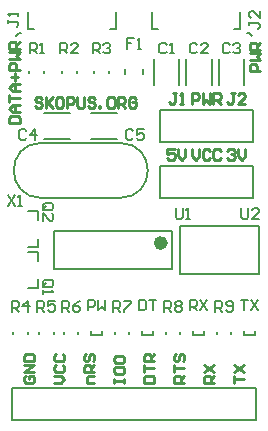
<source format=gbr>
%TF.GenerationSoftware,Altium Limited,Altium Designer,20.2.6 (244)*%
G04 Layer_Color=65535*
%FSLAX26Y26*%
%MOIN*%
%TF.SameCoordinates,2EAD6035-BE33-4F7B-B0E7-EE8266E33042*%
%TF.FilePolarity,Positive*%
%TF.FileFunction,Legend,Top*%
%TF.Part,Single*%
G01*
G75*
%TA.AperFunction,NonConductor*%
%ADD39C,0.007874*%
%ADD40C,0.023622*%
%ADD41C,0.010000*%
D39*
X387165Y764764D02*
G03*
X387165Y947835I0J91535D01*
G01*
X123386D02*
G03*
X123386Y764764I0J-91535D01*
G01*
X30394Y312102D02*
Y317819D01*
X79606Y312102D02*
Y317819D01*
X115394Y312102D02*
Y317819D01*
X164606Y312102D02*
Y317819D01*
X538465Y312102D02*
Y317819D01*
X587677Y312102D02*
Y317819D01*
X708465Y312102D02*
Y317819D01*
X757677Y312102D02*
Y317819D01*
X815000Y1315000D02*
X825000Y1305000D01*
X810000Y1315000D02*
X815000D01*
X50000D02*
X55000D01*
X40000Y1305000D02*
X50000Y1315000D01*
X499016Y1141732D02*
Y1228347D01*
X583661Y1141732D02*
Y1228347D01*
X403543Y1176181D02*
Y1193898D01*
X462599Y1176181D02*
Y1193898D01*
X798386Y309055D02*
X837756D01*
Y320866D01*
X798386Y309055D02*
Y320866D01*
X628386Y309055D02*
X667756D01*
Y320866D01*
X628386Y309055D02*
Y320866D01*
X78110Y463583D02*
X112559D01*
Y553937D02*
Y583268D01*
Y463583D02*
Y492913D01*
X78110Y583268D02*
X112559D01*
X78110Y599606D02*
X112559D01*
Y689961D02*
Y719291D01*
Y599606D02*
Y628937D01*
X78110Y719291D02*
X112559D01*
X838976Y25787D02*
Y131693D01*
X27165D02*
X838976D01*
X27165Y25787D02*
Y131693D01*
Y25787D02*
X838976D01*
X123386Y947835D02*
X387165D01*
X123386Y764764D02*
X387165D01*
X850472Y509842D02*
Y671260D01*
X586693Y509842D02*
Y671260D01*
X850472D01*
X586693Y509842D02*
X850472D01*
X167402Y527559D02*
Y653543D01*
X561102Y527559D02*
Y653543D01*
X167402Y527559D02*
X561102D01*
X167402Y653543D02*
X561102D01*
X191929Y1182181D02*
Y1187898D01*
X241142Y1182181D02*
Y1187898D01*
X83661Y1182181D02*
Y1187898D01*
X132874Y1182181D02*
Y1187898D01*
X300197Y1182181D02*
Y1187898D01*
X349409Y1182181D02*
Y1187898D01*
X417677Y312102D02*
Y317819D01*
X368465Y312102D02*
Y317819D01*
X247677Y312102D02*
Y317819D01*
X198465Y312102D02*
Y317819D01*
X829882Y763976D02*
Y869882D01*
X518071D02*
X829882D01*
X518071Y763976D02*
Y869882D01*
Y763976D02*
X829882D01*
Y950984D02*
Y1056890D01*
X518071D02*
X829882D01*
X518071Y950984D02*
Y1056890D01*
Y950984D02*
X829882D01*
X458386Y309055D02*
X497756D01*
Y320866D01*
X458386Y309055D02*
Y320866D01*
X288386Y309055D02*
X327756D01*
Y320866D01*
X288386Y309055D02*
Y320866D01*
X765748Y1326772D02*
X787402D01*
Y1385827D01*
X492126Y1326772D02*
Y1385827D01*
Y1326772D02*
X513779D01*
X352362D02*
X374016D01*
Y1385827D01*
X78740Y1326772D02*
Y1385827D01*
Y1326772D02*
X100394D01*
X715551Y1141732D02*
Y1228347D01*
X800197Y1141732D02*
Y1228347D01*
X607284Y1141732D02*
Y1228347D01*
X691929Y1141732D02*
Y1228347D01*
X133228Y1046260D02*
X219843D01*
X133228Y961614D02*
X219843D01*
X290709Y1046260D02*
X377323D01*
X290709Y961614D02*
X377323D01*
X25482Y385832D02*
Y421254D01*
X43193D01*
X49096Y415351D01*
Y403543D01*
X43193Y397640D01*
X25482D01*
X37289D02*
X49096Y385832D01*
X78614D02*
Y421254D01*
X60904Y403543D01*
X84518D01*
X110482Y385832D02*
Y421254D01*
X128193D01*
X134096Y415351D01*
Y403543D01*
X128193Y397640D01*
X110482D01*
X122289D02*
X134096Y385832D01*
X169518Y421254D02*
X145904D01*
Y403543D01*
X157711Y409447D01*
X163614D01*
X169518Y403543D01*
Y391736D01*
X163614Y385832D01*
X151807D01*
X145904Y391736D01*
X533553Y385832D02*
Y421254D01*
X551264D01*
X557167Y415351D01*
Y403543D01*
X551264Y397640D01*
X533553D01*
X545360D02*
X557167Y385832D01*
X568975Y415351D02*
X574878Y421254D01*
X586685D01*
X592589Y415351D01*
Y409447D01*
X586685Y403543D01*
X592589Y397640D01*
Y391736D01*
X586685Y385832D01*
X574878D01*
X568975Y391736D01*
Y397640D01*
X574878Y403543D01*
X568975Y409447D01*
Y415351D01*
X574878Y403543D02*
X586685D01*
X703553Y385832D02*
Y421254D01*
X721264D01*
X727167Y415351D01*
Y403543D01*
X721264Y397640D01*
X703553D01*
X715360D02*
X727167Y385832D01*
X738975Y391736D02*
X744878Y385832D01*
X756685D01*
X762589Y391736D01*
Y415351D01*
X756685Y421254D01*
X744878D01*
X738975Y415351D01*
Y409447D01*
X744878Y403543D01*
X762589D01*
X788553Y425191D02*
X812167D01*
X800360D01*
Y389769D01*
X823975Y425191D02*
X847589Y389769D01*
Y425191D02*
X823975Y389769D01*
X618553D02*
Y425191D01*
X636264D01*
X642167Y419288D01*
Y407480D01*
X636264Y401577D01*
X618553D01*
X630360D02*
X642167Y389769D01*
X653975Y425191D02*
X677589Y389769D01*
Y425191D02*
X653975Y389769D01*
X448553Y425191D02*
Y389769D01*
X466264D01*
X472167Y395673D01*
Y419288D01*
X466264Y425191D01*
X448553D01*
X483974D02*
X507589D01*
X495782D01*
Y389769D01*
X278553D02*
Y425191D01*
X296264D01*
X302167Y419288D01*
Y407480D01*
X296264Y401577D01*
X278553D01*
X313974Y425191D02*
Y389769D01*
X325782Y401577D01*
X337589Y389769D01*
Y425191D01*
X11386Y772711D02*
X35000Y737289D01*
Y772711D02*
X11386Y737289D01*
X46807D02*
X58614D01*
X52711D01*
Y772711D01*
X46807Y766807D01*
X790482Y729325D02*
Y699807D01*
X796386Y693903D01*
X808193D01*
X814096Y699807D01*
Y729325D01*
X849518Y693903D02*
X825904D01*
X849518Y717518D01*
Y723421D01*
X843614Y729325D01*
X831807D01*
X825904Y723421D01*
X571386Y729325D02*
Y699807D01*
X577289Y693903D01*
X589096D01*
X595000Y699807D01*
Y729325D01*
X606807Y693903D02*
X618614D01*
X612711D01*
Y729325D01*
X606807Y723421D01*
X187017Y1246069D02*
Y1281490D01*
X204728D01*
X210632Y1275587D01*
Y1263780D01*
X204728Y1257876D01*
X187017D01*
X198825D02*
X210632Y1246069D01*
X246053D02*
X222439D01*
X246053Y1269683D01*
Y1275587D01*
X240150Y1281490D01*
X228343D01*
X222439Y1275587D01*
X84653Y1246069D02*
Y1281490D01*
X102364D01*
X108268Y1275587D01*
Y1263780D01*
X102364Y1257876D01*
X84653D01*
X96460D02*
X108268Y1246069D01*
X120075D02*
X131882D01*
X125978D01*
Y1281490D01*
X120075Y1275587D01*
X295285Y1246069D02*
Y1281490D01*
X312996D01*
X318899Y1275587D01*
Y1263780D01*
X312996Y1257876D01*
X295285D01*
X307092D02*
X318899Y1246069D01*
X330707Y1275587D02*
X336610Y1281490D01*
X348418D01*
X354321Y1275587D01*
Y1269683D01*
X348418Y1263780D01*
X342514D01*
X348418D01*
X354321Y1257876D01*
Y1251972D01*
X348418Y1246069D01*
X336610D01*
X330707Y1251972D01*
X363553Y385832D02*
Y421254D01*
X381264D01*
X387167Y415351D01*
Y403543D01*
X381264Y397640D01*
X363553D01*
X375360D02*
X387167Y385832D01*
X398974Y421254D02*
X422589D01*
Y415351D01*
X398974Y391736D01*
Y385832D01*
X193553D02*
Y421254D01*
X211264D01*
X217167Y415351D01*
Y403543D01*
X211264Y397640D01*
X193553D01*
X205360D02*
X217167Y385832D01*
X252589Y421254D02*
X240782Y415351D01*
X228975Y403543D01*
Y391736D01*
X234878Y385832D01*
X246685D01*
X252589Y391736D01*
Y397640D01*
X246685Y403543D01*
X228975D01*
X134925Y724407D02*
X158540D01*
X164443Y730311D01*
Y742118D01*
X158540Y748022D01*
X134925D01*
X129022Y742118D01*
Y730311D01*
X140829Y736215D02*
X129022Y724407D01*
Y730311D02*
X134925Y724407D01*
X129022Y688986D02*
Y712600D01*
X152636Y688986D01*
X158540D01*
X164443Y694889D01*
Y706697D01*
X158540Y712600D01*
X134925Y468504D02*
X158540D01*
X164443Y474407D01*
Y486214D01*
X158540Y492118D01*
X134925D01*
X129022Y486214D01*
Y474407D01*
X140829Y480311D02*
X129022Y468504D01*
Y474407D02*
X134925Y468504D01*
X129022Y456697D02*
Y444889D01*
Y450793D01*
X164443D01*
X158540Y456697D01*
X816935Y1352364D02*
Y1340557D01*
Y1346460D01*
X846453D01*
X852356Y1340557D01*
Y1334653D01*
X846453Y1328750D01*
X852356Y1387786D02*
Y1364171D01*
X828742Y1387786D01*
X822838D01*
X816935Y1381882D01*
Y1370075D01*
X822838Y1364171D01*
X12289Y1358268D02*
Y1346461D01*
Y1352364D01*
X41807D01*
X47711Y1346461D01*
Y1340557D01*
X41807Y1334653D01*
X47711Y1370075D02*
Y1381882D01*
Y1375979D01*
X12289D01*
X18193Y1370075D01*
X433071Y1297238D02*
X409457D01*
Y1279528D01*
X421264D01*
X409457D01*
Y1261817D01*
X444878D02*
X456685D01*
X450782D01*
Y1297238D01*
X444878Y1291335D01*
X751970Y1275587D02*
X746067Y1281490D01*
X734260D01*
X728356Y1275587D01*
Y1251972D01*
X734260Y1246069D01*
X746067D01*
X751970Y1251972D01*
X763778Y1275587D02*
X769681Y1281490D01*
X781488D01*
X787392Y1275587D01*
Y1269683D01*
X781488Y1263780D01*
X775585D01*
X781488D01*
X787392Y1257876D01*
Y1251972D01*
X781488Y1246069D01*
X769681D01*
X763778Y1251972D01*
X541339Y1275587D02*
X535435Y1281490D01*
X523628D01*
X517724Y1275587D01*
Y1251972D01*
X523628Y1246069D01*
X535435D01*
X541339Y1251972D01*
X553146Y1246069D02*
X564953D01*
X559049D01*
Y1281490D01*
X553146Y1275587D01*
X643703D02*
X637799Y1281490D01*
X625992D01*
X620088Y1275587D01*
Y1251972D01*
X625992Y1246069D01*
X637799D01*
X643703Y1251972D01*
X679124Y1246069D02*
X655510D01*
X679124Y1269683D01*
Y1275587D01*
X673221Y1281490D01*
X661413D01*
X655510Y1275587D01*
X73781Y986807D02*
X67878Y992711D01*
X56071D01*
X50167Y986807D01*
Y963193D01*
X56071Y957289D01*
X67878D01*
X73781Y963193D01*
X103299Y957289D02*
Y992711D01*
X85589Y975000D01*
X109203D01*
X429411Y986807D02*
X423508Y992711D01*
X411700D01*
X405797Y986807D01*
Y963193D01*
X411700Y957289D01*
X423508D01*
X429411Y963193D01*
X464833Y992711D02*
X441219D01*
Y975000D01*
X453026Y980904D01*
X458929D01*
X464833Y975000D01*
Y963193D01*
X458929Y957289D01*
X447122D01*
X441219Y963193D01*
D40*
X533543Y614173D02*
G03*
X533543Y614173I-11811J0D01*
G01*
D41*
X465360Y148780D02*
X500781D01*
Y166490D01*
X494878Y172394D01*
X471264D01*
X465360Y166490D01*
Y148780D01*
Y184201D02*
Y207815D01*
Y196008D01*
X500781D01*
Y219623D02*
X465360D01*
Y237333D01*
X471264Y243237D01*
X483071D01*
X488974Y237333D01*
Y219623D01*
Y231430D02*
X500781Y243237D01*
X853852Y1187771D02*
X818431D01*
Y1205482D01*
X824334Y1211386D01*
X836142D01*
X842045Y1205482D01*
Y1187771D01*
X818431Y1223193D02*
X853852D01*
X842045Y1235000D01*
X853852Y1246807D01*
X818431D01*
X853852Y1258614D02*
X818431D01*
Y1276325D01*
X824334Y1282229D01*
X836142D01*
X842045Y1276325D01*
Y1258614D01*
Y1270422D02*
X853852Y1282229D01*
X17289Y1014217D02*
X52711D01*
Y1031928D01*
X46807Y1037832D01*
X23193D01*
X17289Y1031928D01*
Y1014217D01*
X52711Y1049639D02*
X29096D01*
X17289Y1061446D01*
X29096Y1073253D01*
X52711D01*
X35000D01*
Y1049639D01*
X17289Y1085060D02*
Y1108675D01*
Y1096868D01*
X52711D01*
Y1120482D02*
X29096D01*
X17289Y1132289D01*
X29096Y1144096D01*
X52711D01*
X35000D01*
Y1120482D01*
Y1155904D02*
Y1179518D01*
X23193Y1167711D02*
X46807D01*
X52711Y1191325D02*
X17289D01*
Y1209036D01*
X23193Y1214940D01*
X35000D01*
X40904Y1209036D01*
Y1191325D01*
X17289Y1226747D02*
X52711D01*
X40904Y1238554D01*
X52711Y1250361D01*
X17289D01*
X52711Y1262168D02*
X17289D01*
Y1279879D01*
X23193Y1285783D01*
X35000D01*
X40904Y1279879D01*
Y1262168D01*
Y1273976D02*
X52711Y1285783D01*
X573976Y1114168D02*
X562169D01*
X568073D01*
Y1084649D01*
X562169Y1078746D01*
X556266D01*
X550362Y1084649D01*
X585784Y1078746D02*
X597591D01*
X591687D01*
Y1114168D01*
X585784Y1108264D01*
X768073Y1114168D02*
X756266D01*
X762169D01*
Y1084649D01*
X756266Y1078746D01*
X750362D01*
X744458Y1084649D01*
X803494Y1078746D02*
X779880D01*
X803494Y1102360D01*
Y1108264D01*
X797591Y1114168D01*
X785784D01*
X779880Y1108264D01*
X626748Y1078746D02*
Y1114168D01*
X644458D01*
X650362Y1108264D01*
Y1096457D01*
X644458Y1090553D01*
X626748D01*
X662169Y1114168D02*
Y1078746D01*
X673976Y1090553D01*
X685784Y1078746D01*
Y1114168D01*
X697591Y1078746D02*
Y1114168D01*
X715302D01*
X721205Y1108264D01*
Y1096457D01*
X715302Y1090553D01*
X697591D01*
X709398D02*
X721205Y1078746D01*
X126031Y1095232D02*
X120127Y1101136D01*
X108320D01*
X102417Y1095232D01*
Y1089329D01*
X108320Y1083425D01*
X120127D01*
X126031Y1077522D01*
Y1071618D01*
X120127Y1065714D01*
X108320D01*
X102417Y1071618D01*
X137838Y1101136D02*
Y1065714D01*
Y1077522D01*
X161453Y1101136D01*
X143742Y1083425D01*
X161453Y1065714D01*
X190971Y1101136D02*
X179163D01*
X173260Y1095232D01*
Y1071618D01*
X179163Y1065714D01*
X190971D01*
X196874Y1071618D01*
Y1095232D01*
X190971Y1101136D01*
X208681Y1065714D02*
Y1101136D01*
X226392D01*
X232296Y1095232D01*
Y1083425D01*
X226392Y1077522D01*
X208681D01*
X244103Y1101136D02*
Y1071618D01*
X250007Y1065714D01*
X261814D01*
X267717Y1071618D01*
Y1101136D01*
X303139Y1095232D02*
X297236Y1101136D01*
X285428D01*
X279525Y1095232D01*
Y1089329D01*
X285428Y1083425D01*
X297236D01*
X303139Y1077522D01*
Y1071618D01*
X297236Y1065714D01*
X285428D01*
X279525Y1071618D01*
X314946Y1065714D02*
Y1071618D01*
X320850D01*
Y1065714D01*
X314946D01*
X362175Y1101136D02*
X350368D01*
X344464Y1095232D01*
Y1071618D01*
X350368Y1065714D01*
X362175D01*
X368079Y1071618D01*
Y1095232D01*
X362175Y1101136D01*
X379886Y1065714D02*
Y1101136D01*
X397597D01*
X403500Y1095232D01*
Y1083425D01*
X397597Y1077522D01*
X379886D01*
X391693D02*
X403500Y1065714D01*
X438922Y1095232D02*
X433018Y1101136D01*
X421211D01*
X415308Y1095232D01*
Y1071618D01*
X421211Y1065714D01*
X433018D01*
X438922Y1071618D01*
Y1083425D01*
X427115D01*
X765360Y148780D02*
Y172394D01*
Y160587D01*
X800782D01*
X765360Y184201D02*
X800782Y207815D01*
X765360D02*
X800782Y184201D01*
X700782Y148780D02*
X665360D01*
Y166490D01*
X671264Y172394D01*
X683071D01*
X688974Y166490D01*
Y148780D01*
Y160587D02*
X700782Y172394D01*
X665360Y184201D02*
X700782Y207815D01*
X665360D02*
X700782Y184201D01*
X600782Y148780D02*
X565360D01*
Y166490D01*
X571264Y172394D01*
X583071D01*
X588974Y166490D01*
Y148780D01*
Y160587D02*
X600782Y172394D01*
X565360Y184201D02*
Y207815D01*
Y196008D01*
X600782D01*
X571264Y243237D02*
X565360Y237333D01*
Y225526D01*
X571264Y219623D01*
X577167D01*
X583071Y225526D01*
Y237333D01*
X588974Y243237D01*
X594878D01*
X600782Y237333D01*
Y225526D01*
X594878Y219623D01*
X365360Y148780D02*
Y160587D01*
Y154683D01*
X400781D01*
Y148780D01*
Y160587D01*
X365360Y196008D02*
Y184201D01*
X371264Y178298D01*
X394878D01*
X400781Y184201D01*
Y196008D01*
X394878Y201912D01*
X371264D01*
X365360Y196008D01*
X371264Y213719D02*
X365360Y219623D01*
Y231430D01*
X371264Y237333D01*
X394878D01*
X400781Y231430D01*
Y219623D01*
X394878Y213719D01*
X371264D01*
X300781Y148780D02*
X277167D01*
Y166490D01*
X283071Y172394D01*
X300781D01*
Y184201D02*
X265360D01*
Y201912D01*
X271264Y207815D01*
X283071D01*
X288974Y201912D01*
Y184201D01*
Y196008D02*
X300781Y207815D01*
X271264Y243237D02*
X265360Y237333D01*
Y225526D01*
X271264Y219623D01*
X277167D01*
X283071Y225526D01*
Y237333D01*
X288974Y243237D01*
X294878D01*
X300781Y237333D01*
Y225526D01*
X294878Y219623D01*
X165360Y148780D02*
X188974D01*
X200781Y160587D01*
X188974Y172394D01*
X165360D01*
X171263Y207815D02*
X165360Y201912D01*
Y190105D01*
X171263Y184201D01*
X194878D01*
X200781Y190105D01*
Y201912D01*
X194878Y207815D01*
X171263Y243237D02*
X165360Y237333D01*
Y225526D01*
X171263Y219623D01*
X194878D01*
X200781Y225526D01*
Y237333D01*
X194878Y243237D01*
X71263Y172394D02*
X65360Y166490D01*
Y154683D01*
X71263Y148780D01*
X94878D01*
X100781Y154683D01*
Y166490D01*
X94878Y172394D01*
X83071D01*
Y160587D01*
X100781Y184201D02*
X65360D01*
X100781Y207815D01*
X65360D01*
Y219623D02*
X100781D01*
Y237333D01*
X94878Y243237D01*
X71263D01*
X65360Y237333D01*
Y219623D01*
X568073Y927160D02*
X544458D01*
Y909449D01*
X556266Y915352D01*
X562169D01*
X568073Y909449D01*
Y897642D01*
X562169Y891738D01*
X550362D01*
X544458Y897642D01*
X579880Y927160D02*
Y903545D01*
X591687Y891738D01*
X603494Y903545D01*
Y927160D01*
X744458Y921256D02*
X750362Y927160D01*
X762169D01*
X768073Y921256D01*
Y915352D01*
X762169Y909449D01*
X756266D01*
X762169D01*
X768073Y903545D01*
Y897642D01*
X762169Y891738D01*
X750362D01*
X744458Y897642D01*
X779880Y927160D02*
Y903545D01*
X791687Y891738D01*
X803494Y903545D01*
Y927160D01*
X626748D02*
Y903545D01*
X638555Y891738D01*
X650362Y903545D01*
Y927160D01*
X685784Y921256D02*
X679880Y927160D01*
X668073D01*
X662169Y921256D01*
Y897642D01*
X668073Y891738D01*
X679880D01*
X685784Y897642D01*
X721205Y921256D02*
X715302Y927160D01*
X703494D01*
X697591Y921256D01*
Y897642D01*
X703494Y891738D01*
X715302D01*
X721205Y897642D01*
%TF.MD5,63dd7ad497ae82dfba56b733352a5588*%
M02*

</source>
